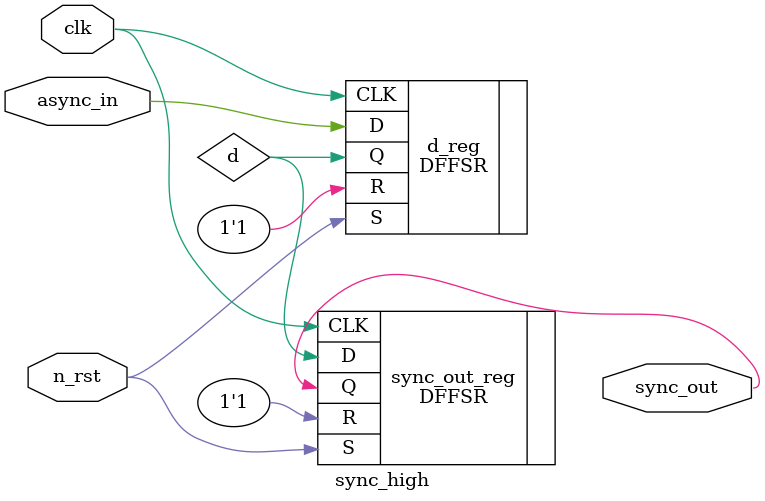
<source format=v>


module sync_high ( clk, n_rst, async_in, sync_out );
  input clk, n_rst, async_in;
  output sync_out;
  wire   d;

  DFFSR d_reg ( .D(async_in), .CLK(clk), .R(1'b1), .S(n_rst), .Q(d) );
  DFFSR sync_out_reg ( .D(d), .CLK(clk), .R(1'b1), .S(n_rst), .Q(sync_out) );
endmodule


</source>
